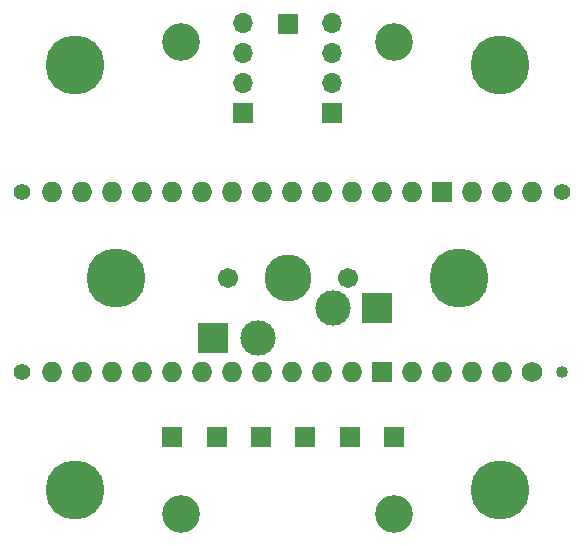
<source format=gbr>
%TF.GenerationSoftware,KiCad,Pcbnew,8.0.8*%
%TF.CreationDate,2025-02-27T19:37:01-05:00*%
%TF.ProjectId,modular_sdvx_pcb_nostabs,6d6f6475-6c61-4725-9f73-6476785f7063,rev?*%
%TF.SameCoordinates,Original*%
%TF.FileFunction,Soldermask,Bot*%
%TF.FilePolarity,Negative*%
%FSLAX46Y46*%
G04 Gerber Fmt 4.6, Leading zero omitted, Abs format (unit mm)*
G04 Created by KiCad (PCBNEW 8.0.8) date 2025-02-27 19:37:01*
%MOMM*%
%LPD*%
G01*
G04 APERTURE LIST*
%ADD10C,5.000000*%
%ADD11R,1.700000X1.700000*%
%ADD12O,1.700000X1.700000*%
%ADD13C,1.701800*%
%ADD14C,3.000000*%
%ADD15C,3.987800*%
%ADD16R,2.550000X2.500000*%
%ADD17C,3.200000*%
%ADD18C,1.400000*%
%ADD19O,1.727200X1.727200*%
%ADD20C,1.016000*%
%ADD21R,1.727200X1.727200*%
%ADD22C,1.727200*%
G04 APERTURE END LIST*
D10*
%TO.C,REF\u002A\u002A*%
X-14500000Y0D03*
%TD*%
%TO.C,REF\u002A\u002A*%
X14500000Y0D03*
%TD*%
%TO.C,REF\u002A\u002A*%
X18000000Y-18000000D03*
%TD*%
%TO.C,REF\u002A\u002A*%
X18000000Y18000000D03*
%TD*%
D11*
%TO.C,ENC_R1*%
X3750000Y14000000D03*
D12*
X3750000Y16540000D03*
X3750000Y19080000D03*
X3750000Y21620000D03*
%TD*%
D13*
%TO.C,Key1*%
X5080000Y0D03*
D14*
X3810000Y-2540000D03*
D15*
X0Y0D03*
D14*
X-2540000Y-5080000D03*
D13*
X-5080000Y0D03*
D16*
X-6290000Y-5080000D03*
X7560000Y-2540000D03*
%TD*%
D11*
%TO.C,SW_D_in1*%
X-2250000Y-13500000D03*
%TD*%
%TO.C,SW_B_in1*%
X5250000Y-13500000D03*
%TD*%
D10*
%TO.C,REF\u002A\u002A*%
X-18000000Y18000000D03*
%TD*%
D11*
%TO.C,ENC_L1*%
X-3775000Y13950000D03*
D12*
X-3775000Y16490000D03*
X-3775000Y19030000D03*
X-3775000Y21570000D03*
%TD*%
D17*
%TO.C,REF\u002A\u002A*%
X9000000Y-20000000D03*
%TD*%
D11*
%TO.C,SW_C_in1*%
X1500000Y-13500000D03*
%TD*%
%TO.C,SW_L_in1*%
X-6000000Y-13500000D03*
%TD*%
%TO.C,SW_R_in1*%
X-9750000Y-13500000D03*
%TD*%
%TO.C,SW_OUT1*%
X0Y21500000D03*
%TD*%
D17*
%TO.C,REF\u002A\u002A*%
X-9000000Y20000000D03*
%TD*%
D10*
%TO.C,REF\u002A\u002A*%
X-18000000Y-18000000D03*
%TD*%
D17*
%TO.C,REF\u002A\u002A*%
X9000000Y20000000D03*
%TD*%
%TO.C,REF\u002A\u002A*%
X-9000000Y-20000000D03*
%TD*%
D11*
%TO.C,SW_A_in1*%
X9000000Y-13500000D03*
%TD*%
D18*
%TO.C,A1*%
X-22470000Y7250000D03*
X-22470000Y-7990000D03*
D19*
X2930000Y7250000D03*
X5470000Y7250000D03*
D18*
X23250000Y7250000D03*
D20*
X23250000Y-7990000D03*
D19*
X-17390000Y7250000D03*
X8010000Y7250000D03*
X-12310000Y7250000D03*
X-9770000Y7250000D03*
X-7230000Y7250000D03*
X-4690000Y7250000D03*
X-2150000Y7250000D03*
X390000Y7250000D03*
X-14850000Y7250000D03*
X13090000Y-7990000D03*
X15630000Y-7990000D03*
X5470000Y-7990000D03*
X2930000Y-7990000D03*
X390000Y-7990000D03*
X-2150000Y-7990000D03*
X-4690000Y-7990000D03*
X-7230000Y-7990000D03*
X-9770000Y-7990000D03*
X-12310000Y-7990000D03*
X-14850000Y-7990000D03*
X-17390000Y-7990000D03*
X-19930000Y-7990000D03*
X-19930000Y7250000D03*
D21*
X13090000Y7250000D03*
X8010000Y-7990000D03*
D19*
X18170000Y7250000D03*
D22*
X20710000Y-7990000D03*
D19*
X10550000Y7250000D03*
X10550000Y-7990000D03*
X20710000Y7250000D03*
X18170000Y-7990000D03*
X15630000Y7250000D03*
%TD*%
M02*

</source>
